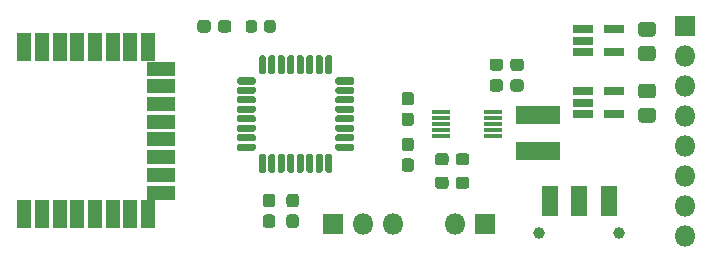
<source format=gbr>
%TF.GenerationSoftware,KiCad,Pcbnew,(5.1.6)-1*%
%TF.CreationDate,2021-07-30T23:56:05+08:00*%
%TF.ProjectId,wireless_measurement_ard,77697265-6c65-4737-935f-6d6561737572,rev?*%
%TF.SameCoordinates,Original*%
%TF.FileFunction,Soldermask,Top*%
%TF.FilePolarity,Negative*%
%FSLAX46Y46*%
G04 Gerber Fmt 4.6, Leading zero omitted, Abs format (unit mm)*
G04 Created by KiCad (PCBNEW (5.1.6)-1) date 2021-07-30 23:56:05*
%MOMM*%
%LPD*%
G01*
G04 APERTURE LIST*
%ADD10C,1.000000*%
%ADD11R,1.350000X2.600000*%
%ADD12R,1.500000X0.400000*%
%ADD13O,1.800000X1.800000*%
%ADD14R,1.800000X1.800000*%
%ADD15R,3.700000X1.600000*%
%ADD16R,1.660000X0.750000*%
%ADD17R,2.400000X1.200000*%
%ADD18R,1.200000X2.400000*%
G04 APERTURE END LIST*
D10*
%TO.C,SW1*%
X169650000Y-94250000D03*
X162850000Y-94250000D03*
D11*
X168750000Y-91500000D03*
X166250000Y-91500000D03*
X163750000Y-91500000D03*
%TD*%
D12*
%TO.C,U3*%
X158950000Y-84000000D03*
X158950000Y-84500000D03*
X158950000Y-85000000D03*
X158950000Y-85500000D03*
X158950000Y-86000000D03*
X154550000Y-86000000D03*
X154550000Y-85500000D03*
X154550000Y-85000000D03*
X154550000Y-84500000D03*
X154550000Y-84000000D03*
%TD*%
D13*
%TO.C,EFM8_Prog1*%
X150500000Y-93500000D03*
X147960000Y-93500000D03*
D14*
X145420000Y-93500000D03*
%TD*%
%TO.C,U6*%
G36*
G01*
X138725000Y-87275000D02*
X137425000Y-87275000D01*
G75*
G02*
X137275000Y-87125000I0J150000D01*
G01*
X137275000Y-86825000D01*
G75*
G02*
X137425000Y-86675000I150000J0D01*
G01*
X138725000Y-86675000D01*
G75*
G02*
X138875000Y-86825000I0J-150000D01*
G01*
X138875000Y-87125000D01*
G75*
G02*
X138725000Y-87275000I-150000J0D01*
G01*
G37*
G36*
G01*
X138725000Y-86475000D02*
X137425000Y-86475000D01*
G75*
G02*
X137275000Y-86325000I0J150000D01*
G01*
X137275000Y-86025000D01*
G75*
G02*
X137425000Y-85875000I150000J0D01*
G01*
X138725000Y-85875000D01*
G75*
G02*
X138875000Y-86025000I0J-150000D01*
G01*
X138875000Y-86325000D01*
G75*
G02*
X138725000Y-86475000I-150000J0D01*
G01*
G37*
G36*
G01*
X138725000Y-85675000D02*
X137425000Y-85675000D01*
G75*
G02*
X137275000Y-85525000I0J150000D01*
G01*
X137275000Y-85225000D01*
G75*
G02*
X137425000Y-85075000I150000J0D01*
G01*
X138725000Y-85075000D01*
G75*
G02*
X138875000Y-85225000I0J-150000D01*
G01*
X138875000Y-85525000D01*
G75*
G02*
X138725000Y-85675000I-150000J0D01*
G01*
G37*
G36*
G01*
X138725000Y-84875000D02*
X137425000Y-84875000D01*
G75*
G02*
X137275000Y-84725000I0J150000D01*
G01*
X137275000Y-84425000D01*
G75*
G02*
X137425000Y-84275000I150000J0D01*
G01*
X138725000Y-84275000D01*
G75*
G02*
X138875000Y-84425000I0J-150000D01*
G01*
X138875000Y-84725000D01*
G75*
G02*
X138725000Y-84875000I-150000J0D01*
G01*
G37*
G36*
G01*
X138725000Y-84075000D02*
X137425000Y-84075000D01*
G75*
G02*
X137275000Y-83925000I0J150000D01*
G01*
X137275000Y-83625000D01*
G75*
G02*
X137425000Y-83475000I150000J0D01*
G01*
X138725000Y-83475000D01*
G75*
G02*
X138875000Y-83625000I0J-150000D01*
G01*
X138875000Y-83925000D01*
G75*
G02*
X138725000Y-84075000I-150000J0D01*
G01*
G37*
G36*
G01*
X138725000Y-83275000D02*
X137425000Y-83275000D01*
G75*
G02*
X137275000Y-83125000I0J150000D01*
G01*
X137275000Y-82825000D01*
G75*
G02*
X137425000Y-82675000I150000J0D01*
G01*
X138725000Y-82675000D01*
G75*
G02*
X138875000Y-82825000I0J-150000D01*
G01*
X138875000Y-83125000D01*
G75*
G02*
X138725000Y-83275000I-150000J0D01*
G01*
G37*
G36*
G01*
X138725000Y-82475000D02*
X137425000Y-82475000D01*
G75*
G02*
X137275000Y-82325000I0J150000D01*
G01*
X137275000Y-82025000D01*
G75*
G02*
X137425000Y-81875000I150000J0D01*
G01*
X138725000Y-81875000D01*
G75*
G02*
X138875000Y-82025000I0J-150000D01*
G01*
X138875000Y-82325000D01*
G75*
G02*
X138725000Y-82475000I-150000J0D01*
G01*
G37*
G36*
G01*
X138725000Y-81675000D02*
X137425000Y-81675000D01*
G75*
G02*
X137275000Y-81525000I0J150000D01*
G01*
X137275000Y-81225000D01*
G75*
G02*
X137425000Y-81075000I150000J0D01*
G01*
X138725000Y-81075000D01*
G75*
G02*
X138875000Y-81225000I0J-150000D01*
G01*
X138875000Y-81525000D01*
G75*
G02*
X138725000Y-81675000I-150000J0D01*
G01*
G37*
G36*
G01*
X139600000Y-80800000D02*
X139300000Y-80800000D01*
G75*
G02*
X139150000Y-80650000I0J150000D01*
G01*
X139150000Y-79350000D01*
G75*
G02*
X139300000Y-79200000I150000J0D01*
G01*
X139600000Y-79200000D01*
G75*
G02*
X139750000Y-79350000I0J-150000D01*
G01*
X139750000Y-80650000D01*
G75*
G02*
X139600000Y-80800000I-150000J0D01*
G01*
G37*
G36*
G01*
X140400000Y-80800000D02*
X140100000Y-80800000D01*
G75*
G02*
X139950000Y-80650000I0J150000D01*
G01*
X139950000Y-79350000D01*
G75*
G02*
X140100000Y-79200000I150000J0D01*
G01*
X140400000Y-79200000D01*
G75*
G02*
X140550000Y-79350000I0J-150000D01*
G01*
X140550000Y-80650000D01*
G75*
G02*
X140400000Y-80800000I-150000J0D01*
G01*
G37*
G36*
G01*
X141200000Y-80800000D02*
X140900000Y-80800000D01*
G75*
G02*
X140750000Y-80650000I0J150000D01*
G01*
X140750000Y-79350000D01*
G75*
G02*
X140900000Y-79200000I150000J0D01*
G01*
X141200000Y-79200000D01*
G75*
G02*
X141350000Y-79350000I0J-150000D01*
G01*
X141350000Y-80650000D01*
G75*
G02*
X141200000Y-80800000I-150000J0D01*
G01*
G37*
G36*
G01*
X142000000Y-80800000D02*
X141700000Y-80800000D01*
G75*
G02*
X141550000Y-80650000I0J150000D01*
G01*
X141550000Y-79350000D01*
G75*
G02*
X141700000Y-79200000I150000J0D01*
G01*
X142000000Y-79200000D01*
G75*
G02*
X142150000Y-79350000I0J-150000D01*
G01*
X142150000Y-80650000D01*
G75*
G02*
X142000000Y-80800000I-150000J0D01*
G01*
G37*
G36*
G01*
X142800000Y-80800000D02*
X142500000Y-80800000D01*
G75*
G02*
X142350000Y-80650000I0J150000D01*
G01*
X142350000Y-79350000D01*
G75*
G02*
X142500000Y-79200000I150000J0D01*
G01*
X142800000Y-79200000D01*
G75*
G02*
X142950000Y-79350000I0J-150000D01*
G01*
X142950000Y-80650000D01*
G75*
G02*
X142800000Y-80800000I-150000J0D01*
G01*
G37*
G36*
G01*
X143600000Y-80800000D02*
X143300000Y-80800000D01*
G75*
G02*
X143150000Y-80650000I0J150000D01*
G01*
X143150000Y-79350000D01*
G75*
G02*
X143300000Y-79200000I150000J0D01*
G01*
X143600000Y-79200000D01*
G75*
G02*
X143750000Y-79350000I0J-150000D01*
G01*
X143750000Y-80650000D01*
G75*
G02*
X143600000Y-80800000I-150000J0D01*
G01*
G37*
G36*
G01*
X144400000Y-80800000D02*
X144100000Y-80800000D01*
G75*
G02*
X143950000Y-80650000I0J150000D01*
G01*
X143950000Y-79350000D01*
G75*
G02*
X144100000Y-79200000I150000J0D01*
G01*
X144400000Y-79200000D01*
G75*
G02*
X144550000Y-79350000I0J-150000D01*
G01*
X144550000Y-80650000D01*
G75*
G02*
X144400000Y-80800000I-150000J0D01*
G01*
G37*
G36*
G01*
X145200000Y-80800000D02*
X144900000Y-80800000D01*
G75*
G02*
X144750000Y-80650000I0J150000D01*
G01*
X144750000Y-79350000D01*
G75*
G02*
X144900000Y-79200000I150000J0D01*
G01*
X145200000Y-79200000D01*
G75*
G02*
X145350000Y-79350000I0J-150000D01*
G01*
X145350000Y-80650000D01*
G75*
G02*
X145200000Y-80800000I-150000J0D01*
G01*
G37*
G36*
G01*
X147075000Y-81675000D02*
X145775000Y-81675000D01*
G75*
G02*
X145625000Y-81525000I0J150000D01*
G01*
X145625000Y-81225000D01*
G75*
G02*
X145775000Y-81075000I150000J0D01*
G01*
X147075000Y-81075000D01*
G75*
G02*
X147225000Y-81225000I0J-150000D01*
G01*
X147225000Y-81525000D01*
G75*
G02*
X147075000Y-81675000I-150000J0D01*
G01*
G37*
G36*
G01*
X147075000Y-82475000D02*
X145775000Y-82475000D01*
G75*
G02*
X145625000Y-82325000I0J150000D01*
G01*
X145625000Y-82025000D01*
G75*
G02*
X145775000Y-81875000I150000J0D01*
G01*
X147075000Y-81875000D01*
G75*
G02*
X147225000Y-82025000I0J-150000D01*
G01*
X147225000Y-82325000D01*
G75*
G02*
X147075000Y-82475000I-150000J0D01*
G01*
G37*
G36*
G01*
X147075000Y-83275000D02*
X145775000Y-83275000D01*
G75*
G02*
X145625000Y-83125000I0J150000D01*
G01*
X145625000Y-82825000D01*
G75*
G02*
X145775000Y-82675000I150000J0D01*
G01*
X147075000Y-82675000D01*
G75*
G02*
X147225000Y-82825000I0J-150000D01*
G01*
X147225000Y-83125000D01*
G75*
G02*
X147075000Y-83275000I-150000J0D01*
G01*
G37*
G36*
G01*
X147075000Y-84075000D02*
X145775000Y-84075000D01*
G75*
G02*
X145625000Y-83925000I0J150000D01*
G01*
X145625000Y-83625000D01*
G75*
G02*
X145775000Y-83475000I150000J0D01*
G01*
X147075000Y-83475000D01*
G75*
G02*
X147225000Y-83625000I0J-150000D01*
G01*
X147225000Y-83925000D01*
G75*
G02*
X147075000Y-84075000I-150000J0D01*
G01*
G37*
G36*
G01*
X147075000Y-84875000D02*
X145775000Y-84875000D01*
G75*
G02*
X145625000Y-84725000I0J150000D01*
G01*
X145625000Y-84425000D01*
G75*
G02*
X145775000Y-84275000I150000J0D01*
G01*
X147075000Y-84275000D01*
G75*
G02*
X147225000Y-84425000I0J-150000D01*
G01*
X147225000Y-84725000D01*
G75*
G02*
X147075000Y-84875000I-150000J0D01*
G01*
G37*
G36*
G01*
X147075000Y-85675000D02*
X145775000Y-85675000D01*
G75*
G02*
X145625000Y-85525000I0J150000D01*
G01*
X145625000Y-85225000D01*
G75*
G02*
X145775000Y-85075000I150000J0D01*
G01*
X147075000Y-85075000D01*
G75*
G02*
X147225000Y-85225000I0J-150000D01*
G01*
X147225000Y-85525000D01*
G75*
G02*
X147075000Y-85675000I-150000J0D01*
G01*
G37*
G36*
G01*
X147075000Y-86475000D02*
X145775000Y-86475000D01*
G75*
G02*
X145625000Y-86325000I0J150000D01*
G01*
X145625000Y-86025000D01*
G75*
G02*
X145775000Y-85875000I150000J0D01*
G01*
X147075000Y-85875000D01*
G75*
G02*
X147225000Y-86025000I0J-150000D01*
G01*
X147225000Y-86325000D01*
G75*
G02*
X147075000Y-86475000I-150000J0D01*
G01*
G37*
G36*
G01*
X147075000Y-87275000D02*
X145775000Y-87275000D01*
G75*
G02*
X145625000Y-87125000I0J150000D01*
G01*
X145625000Y-86825000D01*
G75*
G02*
X145775000Y-86675000I150000J0D01*
G01*
X147075000Y-86675000D01*
G75*
G02*
X147225000Y-86825000I0J-150000D01*
G01*
X147225000Y-87125000D01*
G75*
G02*
X147075000Y-87275000I-150000J0D01*
G01*
G37*
G36*
G01*
X145200000Y-89150000D02*
X144900000Y-89150000D01*
G75*
G02*
X144750000Y-89000000I0J150000D01*
G01*
X144750000Y-87700000D01*
G75*
G02*
X144900000Y-87550000I150000J0D01*
G01*
X145200000Y-87550000D01*
G75*
G02*
X145350000Y-87700000I0J-150000D01*
G01*
X145350000Y-89000000D01*
G75*
G02*
X145200000Y-89150000I-150000J0D01*
G01*
G37*
G36*
G01*
X144400000Y-89150000D02*
X144100000Y-89150000D01*
G75*
G02*
X143950000Y-89000000I0J150000D01*
G01*
X143950000Y-87700000D01*
G75*
G02*
X144100000Y-87550000I150000J0D01*
G01*
X144400000Y-87550000D01*
G75*
G02*
X144550000Y-87700000I0J-150000D01*
G01*
X144550000Y-89000000D01*
G75*
G02*
X144400000Y-89150000I-150000J0D01*
G01*
G37*
G36*
G01*
X143600000Y-89150000D02*
X143300000Y-89150000D01*
G75*
G02*
X143150000Y-89000000I0J150000D01*
G01*
X143150000Y-87700000D01*
G75*
G02*
X143300000Y-87550000I150000J0D01*
G01*
X143600000Y-87550000D01*
G75*
G02*
X143750000Y-87700000I0J-150000D01*
G01*
X143750000Y-89000000D01*
G75*
G02*
X143600000Y-89150000I-150000J0D01*
G01*
G37*
G36*
G01*
X142800000Y-89150000D02*
X142500000Y-89150000D01*
G75*
G02*
X142350000Y-89000000I0J150000D01*
G01*
X142350000Y-87700000D01*
G75*
G02*
X142500000Y-87550000I150000J0D01*
G01*
X142800000Y-87550000D01*
G75*
G02*
X142950000Y-87700000I0J-150000D01*
G01*
X142950000Y-89000000D01*
G75*
G02*
X142800000Y-89150000I-150000J0D01*
G01*
G37*
G36*
G01*
X142000000Y-89150000D02*
X141700000Y-89150000D01*
G75*
G02*
X141550000Y-89000000I0J150000D01*
G01*
X141550000Y-87700000D01*
G75*
G02*
X141700000Y-87550000I150000J0D01*
G01*
X142000000Y-87550000D01*
G75*
G02*
X142150000Y-87700000I0J-150000D01*
G01*
X142150000Y-89000000D01*
G75*
G02*
X142000000Y-89150000I-150000J0D01*
G01*
G37*
G36*
G01*
X141200000Y-89150000D02*
X140900000Y-89150000D01*
G75*
G02*
X140750000Y-89000000I0J150000D01*
G01*
X140750000Y-87700000D01*
G75*
G02*
X140900000Y-87550000I150000J0D01*
G01*
X141200000Y-87550000D01*
G75*
G02*
X141350000Y-87700000I0J-150000D01*
G01*
X141350000Y-89000000D01*
G75*
G02*
X141200000Y-89150000I-150000J0D01*
G01*
G37*
G36*
G01*
X140400000Y-89150000D02*
X140100000Y-89150000D01*
G75*
G02*
X139950000Y-89000000I0J150000D01*
G01*
X139950000Y-87700000D01*
G75*
G02*
X140100000Y-87550000I150000J0D01*
G01*
X140400000Y-87550000D01*
G75*
G02*
X140550000Y-87700000I0J-150000D01*
G01*
X140550000Y-89000000D01*
G75*
G02*
X140400000Y-89150000I-150000J0D01*
G01*
G37*
G36*
G01*
X139600000Y-89150000D02*
X139300000Y-89150000D01*
G75*
G02*
X139150000Y-89000000I0J150000D01*
G01*
X139150000Y-87700000D01*
G75*
G02*
X139300000Y-87550000I150000J0D01*
G01*
X139600000Y-87550000D01*
G75*
G02*
X139750000Y-87700000I0J-150000D01*
G01*
X139750000Y-89000000D01*
G75*
G02*
X139600000Y-89150000I-150000J0D01*
G01*
G37*
%TD*%
%TO.C,C6*%
G36*
G01*
X141737500Y-92675000D02*
X142262500Y-92675000D01*
G75*
G02*
X142525000Y-92937500I0J-262500D01*
G01*
X142525000Y-93562500D01*
G75*
G02*
X142262500Y-93825000I-262500J0D01*
G01*
X141737500Y-93825000D01*
G75*
G02*
X141475000Y-93562500I0J262500D01*
G01*
X141475000Y-92937500D01*
G75*
G02*
X141737500Y-92675000I262500J0D01*
G01*
G37*
G36*
G01*
X141737500Y-90925000D02*
X142262500Y-90925000D01*
G75*
G02*
X142525000Y-91187500I0J-262500D01*
G01*
X142525000Y-91812500D01*
G75*
G02*
X142262500Y-92075000I-262500J0D01*
G01*
X141737500Y-92075000D01*
G75*
G02*
X141475000Y-91812500I0J262500D01*
G01*
X141475000Y-91187500D01*
G75*
G02*
X141737500Y-90925000I262500J0D01*
G01*
G37*
%TD*%
%TO.C,C5*%
G36*
G01*
X139737500Y-92675000D02*
X140262500Y-92675000D01*
G75*
G02*
X140525000Y-92937500I0J-262500D01*
G01*
X140525000Y-93562500D01*
G75*
G02*
X140262500Y-93825000I-262500J0D01*
G01*
X139737500Y-93825000D01*
G75*
G02*
X139475000Y-93562500I0J262500D01*
G01*
X139475000Y-92937500D01*
G75*
G02*
X139737500Y-92675000I262500J0D01*
G01*
G37*
G36*
G01*
X139737500Y-90925000D02*
X140262500Y-90925000D01*
G75*
G02*
X140525000Y-91187500I0J-262500D01*
G01*
X140525000Y-91812500D01*
G75*
G02*
X140262500Y-92075000I-262500J0D01*
G01*
X139737500Y-92075000D01*
G75*
G02*
X139475000Y-91812500I0J262500D01*
G01*
X139475000Y-91187500D01*
G75*
G02*
X139737500Y-90925000I262500J0D01*
G01*
G37*
%TD*%
%TO.C,R5*%
G36*
G01*
X151487500Y-84050000D02*
X152012500Y-84050000D01*
G75*
G02*
X152275000Y-84312500I0J-262500D01*
G01*
X152275000Y-84937500D01*
G75*
G02*
X152012500Y-85200000I-262500J0D01*
G01*
X151487500Y-85200000D01*
G75*
G02*
X151225000Y-84937500I0J262500D01*
G01*
X151225000Y-84312500D01*
G75*
G02*
X151487500Y-84050000I262500J0D01*
G01*
G37*
G36*
G01*
X151487500Y-82300000D02*
X152012500Y-82300000D01*
G75*
G02*
X152275000Y-82562500I0J-262500D01*
G01*
X152275000Y-83187500D01*
G75*
G02*
X152012500Y-83450000I-262500J0D01*
G01*
X151487500Y-83450000D01*
G75*
G02*
X151225000Y-83187500I0J262500D01*
G01*
X151225000Y-82562500D01*
G75*
G02*
X151487500Y-82300000I262500J0D01*
G01*
G37*
%TD*%
%TO.C,R4*%
G36*
G01*
X151487500Y-87925000D02*
X152012500Y-87925000D01*
G75*
G02*
X152275000Y-88187500I0J-262500D01*
G01*
X152275000Y-88812500D01*
G75*
G02*
X152012500Y-89075000I-262500J0D01*
G01*
X151487500Y-89075000D01*
G75*
G02*
X151225000Y-88812500I0J262500D01*
G01*
X151225000Y-88187500D01*
G75*
G02*
X151487500Y-87925000I262500J0D01*
G01*
G37*
G36*
G01*
X151487500Y-86175000D02*
X152012500Y-86175000D01*
G75*
G02*
X152275000Y-86437500I0J-262500D01*
G01*
X152275000Y-87062500D01*
G75*
G02*
X152012500Y-87325000I-262500J0D01*
G01*
X151487500Y-87325000D01*
G75*
G02*
X151225000Y-87062500I0J262500D01*
G01*
X151225000Y-86437500D01*
G75*
G02*
X151487500Y-86175000I262500J0D01*
G01*
G37*
%TD*%
D15*
%TO.C,L1*%
X162750000Y-87300000D03*
X162750000Y-84250000D03*
%TD*%
D13*
%TO.C,J1*%
X175250000Y-94530000D03*
X175250000Y-91990000D03*
X175250000Y-89450000D03*
X175250000Y-86910000D03*
X175250000Y-84370000D03*
X175250000Y-81830000D03*
X175250000Y-79290000D03*
D14*
X175250000Y-76750000D03*
%TD*%
%TO.C,C3*%
G36*
G01*
X159825000Y-79737500D02*
X159825000Y-80262500D01*
G75*
G02*
X159562500Y-80525000I-262500J0D01*
G01*
X158937500Y-80525000D01*
G75*
G02*
X158675000Y-80262500I0J262500D01*
G01*
X158675000Y-79737500D01*
G75*
G02*
X158937500Y-79475000I262500J0D01*
G01*
X159562500Y-79475000D01*
G75*
G02*
X159825000Y-79737500I0J-262500D01*
G01*
G37*
G36*
G01*
X161575000Y-79737500D02*
X161575000Y-80262500D01*
G75*
G02*
X161312500Y-80525000I-262500J0D01*
G01*
X160687500Y-80525000D01*
G75*
G02*
X160425000Y-80262500I0J262500D01*
G01*
X160425000Y-79737500D01*
G75*
G02*
X160687500Y-79475000I262500J0D01*
G01*
X161312500Y-79475000D01*
G75*
G02*
X161575000Y-79737500I0J-262500D01*
G01*
G37*
%TD*%
%TO.C,C2*%
G36*
G01*
X155800000Y-90262500D02*
X155800000Y-89737500D01*
G75*
G02*
X156062500Y-89475000I262500J0D01*
G01*
X156687500Y-89475000D01*
G75*
G02*
X156950000Y-89737500I0J-262500D01*
G01*
X156950000Y-90262500D01*
G75*
G02*
X156687500Y-90525000I-262500J0D01*
G01*
X156062500Y-90525000D01*
G75*
G02*
X155800000Y-90262500I0J262500D01*
G01*
G37*
G36*
G01*
X154050000Y-90262500D02*
X154050000Y-89737500D01*
G75*
G02*
X154312500Y-89475000I262500J0D01*
G01*
X154937500Y-89475000D01*
G75*
G02*
X155200000Y-89737500I0J-262500D01*
G01*
X155200000Y-90262500D01*
G75*
G02*
X154937500Y-90525000I-262500J0D01*
G01*
X154312500Y-90525000D01*
G75*
G02*
X154050000Y-90262500I0J262500D01*
G01*
G37*
%TD*%
D13*
%TO.C,Battery1*%
X155750000Y-93500000D03*
D14*
X158290000Y-93500000D03*
%TD*%
%TO.C,C4*%
G36*
G01*
X159825000Y-81487500D02*
X159825000Y-82012500D01*
G75*
G02*
X159562500Y-82275000I-262500J0D01*
G01*
X158937500Y-82275000D01*
G75*
G02*
X158675000Y-82012500I0J262500D01*
G01*
X158675000Y-81487500D01*
G75*
G02*
X158937500Y-81225000I262500J0D01*
G01*
X159562500Y-81225000D01*
G75*
G02*
X159825000Y-81487500I0J-262500D01*
G01*
G37*
G36*
G01*
X161575000Y-81487500D02*
X161575000Y-82012500D01*
G75*
G02*
X161312500Y-82275000I-262500J0D01*
G01*
X160687500Y-82275000D01*
G75*
G02*
X160425000Y-82012500I0J262500D01*
G01*
X160425000Y-81487500D01*
G75*
G02*
X160687500Y-81225000I262500J0D01*
G01*
X161312500Y-81225000D01*
G75*
G02*
X161575000Y-81487500I0J-262500D01*
G01*
G37*
%TD*%
%TO.C,C1*%
G36*
G01*
X155800000Y-88262500D02*
X155800000Y-87737500D01*
G75*
G02*
X156062500Y-87475000I262500J0D01*
G01*
X156687500Y-87475000D01*
G75*
G02*
X156950000Y-87737500I0J-262500D01*
G01*
X156950000Y-88262500D01*
G75*
G02*
X156687500Y-88525000I-262500J0D01*
G01*
X156062500Y-88525000D01*
G75*
G02*
X155800000Y-88262500I0J262500D01*
G01*
G37*
G36*
G01*
X154050000Y-88262500D02*
X154050000Y-87737500D01*
G75*
G02*
X154312500Y-87475000I262500J0D01*
G01*
X154937500Y-87475000D01*
G75*
G02*
X155200000Y-87737500I0J-262500D01*
G01*
X155200000Y-88262500D01*
G75*
G02*
X154937500Y-88525000I-262500J0D01*
G01*
X154312500Y-88525000D01*
G75*
G02*
X154050000Y-88262500I0J262500D01*
G01*
G37*
%TD*%
D16*
%TO.C,U5*%
X169250000Y-82250000D03*
X169250000Y-84150000D03*
X166550000Y-84150000D03*
X166550000Y-83200000D03*
X166550000Y-82250000D03*
%TD*%
%TO.C,U4*%
X169250000Y-77000000D03*
X169250000Y-78900000D03*
X166550000Y-78900000D03*
X166550000Y-77950000D03*
X166550000Y-77000000D03*
%TD*%
D17*
%TO.C,U2*%
X130862800Y-80322600D03*
X130862800Y-81822600D03*
X130862800Y-83322600D03*
X130862800Y-84822600D03*
X130862800Y-86322600D03*
X130862800Y-87822600D03*
X130862800Y-89322600D03*
D18*
X129762800Y-92642600D03*
X129762800Y-78502600D03*
X128262800Y-78502600D03*
X128262800Y-92642600D03*
X126762800Y-92642600D03*
X126762800Y-78502600D03*
X125262800Y-78502600D03*
X125262800Y-92642600D03*
X123762800Y-92642600D03*
X123762800Y-78502600D03*
X122262800Y-78502600D03*
X122262800Y-92642600D03*
X120762800Y-92642600D03*
X120762800Y-78502600D03*
X119262800Y-78502600D03*
D17*
X130862800Y-90822600D03*
D18*
X119262800Y-92642600D03*
%TD*%
%TO.C,R2*%
G36*
G01*
X171521738Y-78425000D02*
X172478262Y-78425000D01*
G75*
G02*
X172750000Y-78696738I0J-271738D01*
G01*
X172750000Y-79403262D01*
G75*
G02*
X172478262Y-79675000I-271738J0D01*
G01*
X171521738Y-79675000D01*
G75*
G02*
X171250000Y-79403262I0J271738D01*
G01*
X171250000Y-78696738D01*
G75*
G02*
X171521738Y-78425000I271738J0D01*
G01*
G37*
G36*
G01*
X171521738Y-76375000D02*
X172478262Y-76375000D01*
G75*
G02*
X172750000Y-76646738I0J-271738D01*
G01*
X172750000Y-77353262D01*
G75*
G02*
X172478262Y-77625000I-271738J0D01*
G01*
X171521738Y-77625000D01*
G75*
G02*
X171250000Y-77353262I0J271738D01*
G01*
X171250000Y-76646738D01*
G75*
G02*
X171521738Y-76375000I271738J0D01*
G01*
G37*
%TD*%
%TO.C,R1*%
G36*
G01*
X171521738Y-83650000D02*
X172478262Y-83650000D01*
G75*
G02*
X172750000Y-83921738I0J-271738D01*
G01*
X172750000Y-84628262D01*
G75*
G02*
X172478262Y-84900000I-271738J0D01*
G01*
X171521738Y-84900000D01*
G75*
G02*
X171250000Y-84628262I0J271738D01*
G01*
X171250000Y-83921738D01*
G75*
G02*
X171521738Y-83650000I271738J0D01*
G01*
G37*
G36*
G01*
X171521738Y-81600000D02*
X172478262Y-81600000D01*
G75*
G02*
X172750000Y-81871738I0J-271738D01*
G01*
X172750000Y-82578262D01*
G75*
G02*
X172478262Y-82850000I-271738J0D01*
G01*
X171521738Y-82850000D01*
G75*
G02*
X171250000Y-82578262I0J271738D01*
G01*
X171250000Y-81871738D01*
G75*
G02*
X171521738Y-81600000I271738J0D01*
G01*
G37*
%TD*%
%TO.C,D1*%
G36*
G01*
X138012500Y-77031250D02*
X138012500Y-76468750D01*
G75*
G02*
X138256250Y-76225000I243750J0D01*
G01*
X138743750Y-76225000D01*
G75*
G02*
X138987500Y-76468750I0J-243750D01*
G01*
X138987500Y-77031250D01*
G75*
G02*
X138743750Y-77275000I-243750J0D01*
G01*
X138256250Y-77275000D01*
G75*
G02*
X138012500Y-77031250I0J243750D01*
G01*
G37*
G36*
G01*
X139587500Y-77031250D02*
X139587500Y-76468750D01*
G75*
G02*
X139831250Y-76225000I243750J0D01*
G01*
X140318750Y-76225000D01*
G75*
G02*
X140562500Y-76468750I0J-243750D01*
G01*
X140562500Y-77031250D01*
G75*
G02*
X140318750Y-77275000I-243750J0D01*
G01*
X139831250Y-77275000D01*
G75*
G02*
X139587500Y-77031250I0J243750D01*
G01*
G37*
%TD*%
%TO.C,R3*%
G36*
G01*
X136825000Y-76487500D02*
X136825000Y-77012500D01*
G75*
G02*
X136562500Y-77275000I-262500J0D01*
G01*
X135937500Y-77275000D01*
G75*
G02*
X135675000Y-77012500I0J262500D01*
G01*
X135675000Y-76487500D01*
G75*
G02*
X135937500Y-76225000I262500J0D01*
G01*
X136562500Y-76225000D01*
G75*
G02*
X136825000Y-76487500I0J-262500D01*
G01*
G37*
G36*
G01*
X135075000Y-76487500D02*
X135075000Y-77012500D01*
G75*
G02*
X134812500Y-77275000I-262500J0D01*
G01*
X134187500Y-77275000D01*
G75*
G02*
X133925000Y-77012500I0J262500D01*
G01*
X133925000Y-76487500D01*
G75*
G02*
X134187500Y-76225000I262500J0D01*
G01*
X134812500Y-76225000D01*
G75*
G02*
X135075000Y-76487500I0J-262500D01*
G01*
G37*
%TD*%
M02*

</source>
